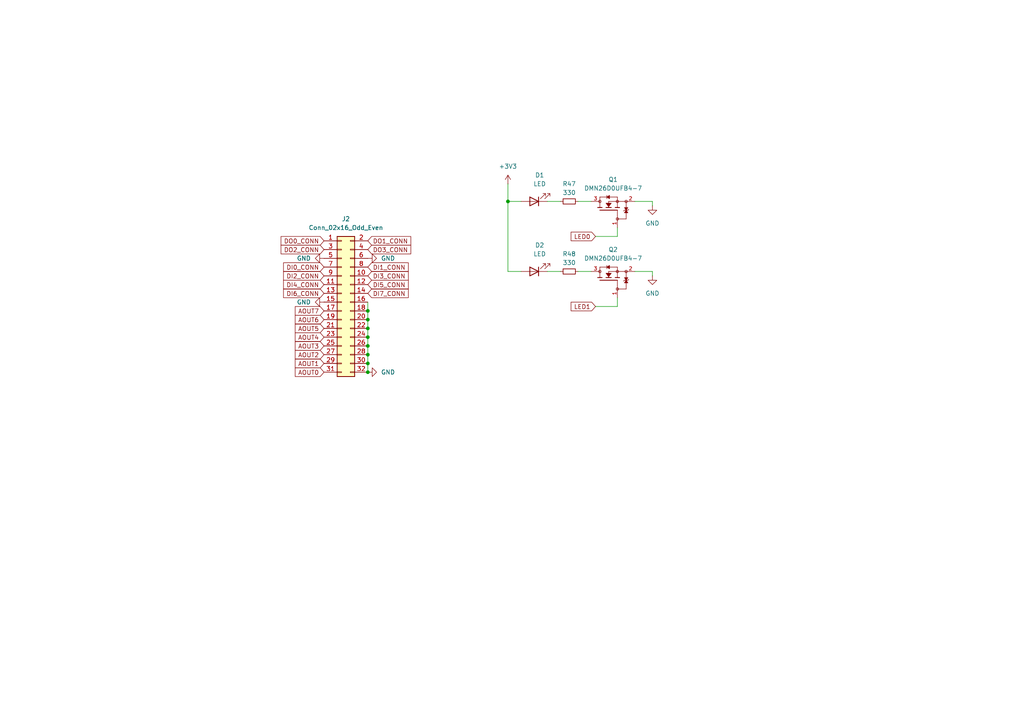
<source format=kicad_sch>
(kicad_sch (version 20231120) (generator "eeschema") (generator_version "8.0")
  (paper "A4")
  (lib_symbols
    (symbol "Connector_Generic:Conn_02x16_Odd_Even" (pin_names (offset 1.016) hide)
      (property "Reference" "J" (at 1.27 20.32 0))
      (property "Value" "Conn_02x16_Odd_Even" (at 1.27 -22.86 0))
      (symbol "Conn_02x16_Odd_Even_1_1"
        (rectangle (start -1.27 -20.193) (end 0 -20.447) (stroke (width 0.1524)))
        (rectangle (start -1.27 -17.653) (end 0 -17.907) (stroke (width 0.1524)))
        (rectangle (start -1.27 -15.113) (end 0 -15.367) (stroke (width 0.1524)))
        (rectangle (start -1.27 -12.573) (end 0 -12.827) (stroke (width 0.1524)))
        (rectangle (start -1.27 -10.033) (end 0 -10.287) (stroke (width 0.1524)))
        (rectangle (start -1.27 -7.493) (end 0 -7.747) (stroke (width 0.1524)))
        (rectangle (start -1.27 -4.953) (end 0 -5.207) (stroke (width 0.1524)))
        (rectangle (start -1.27 -2.413) (end 0 -2.667) (stroke (width 0.1524)))
        (rectangle (start -1.27 0.127) (end 0 -0.127) (stroke (width 0.1524)))
        (rectangle (start -1.27 2.667) (end 0 2.413) (stroke (width 0.1524)))
        (rectangle (start -1.27 5.207) (end 0 4.953) (stroke (width 0.1524)))
        (rectangle (start -1.27 7.747) (end 0 7.493) (stroke (width 0.1524)))
        (rectangle (start -1.27 10.287) (end 0 10.033) (stroke (width 0.1524)))
        (rectangle (start -1.27 12.827) (end 0 12.573) (stroke (width 0.1524)))
        (rectangle (start -1.27 15.367) (end 0 15.113) (stroke (width 0.1524)))
        (rectangle (start -1.27 17.907) (end 0 17.653) (stroke (width 0.1524)))
        (rectangle (start -1.27 19.05) (end 3.81 -21.59) (stroke (width 0.254)) (fill (type background)))
        (rectangle (start 3.81 -20.193) (end 2.54 -20.447) (stroke (width 0.1524)))
        (rectangle (start 3.81 -17.653) (end 2.54 -17.907) (stroke (width 0.1524)))
        (rectangle (start 3.81 -15.113) (end 2.54 -15.367) (stroke (width 0.1524)))
        (rectangle (start 3.81 -12.573) (end 2.54 -12.827) (stroke (width 0.1524)))
        (rectangle (start 3.81 -10.033) (end 2.54 -10.287) (stroke (width 0.1524)))
        (rectangle (start 3.81 -7.493) (end 2.54 -7.747) (stroke (width 0.1524)))
        (rectangle (start 3.81 -4.953) (end 2.54 -5.207) (stroke (width 0.1524)))
        (rectangle (start 3.81 -2.413) (end 2.54 -2.667) (stroke (width 0.1524)))
        (rectangle (start 3.81 0.127) (end 2.54 -0.127) (stroke (width 0.1524)))
        (rectangle (start 3.81 2.667) (end 2.54 2.413) (stroke (width 0.1524)))
        (rectangle (start 3.81 5.207) (end 2.54 4.953) (stroke (width 0.1524)))
        (rectangle (start 3.81 7.747) (end 2.54 7.493) (stroke (width 0.1524)))
        (rectangle (start 3.81 10.287) (end 2.54 10.033) (stroke (width 0.1524)))
        (rectangle (start 3.81 12.827) (end 2.54 12.573) (stroke (width 0.1524)))
        (rectangle (start 3.81 15.367) (end 2.54 15.113) (stroke (width 0.1524)))
        (rectangle (start 3.81 17.907) (end 2.54 17.653) (stroke (width 0.1524)))
        (pin passive line (at -5.08 17.78 0) (length 3.81) (name "Pin_1") (number "1"))
        (pin passive line (at 7.62 7.62 180) (length 3.81) (name "Pin_10") (number "10"))
        (pin passive line (at -5.08 5.08 0) (length 3.81) (name "Pin_11") (number "11"))
        (pin passive line (at 7.62 5.08 180) (length 3.81) (name "Pin_12") (number "12"))
        (pin passive line (at -5.08 2.54 0) (length 3.81) (name "Pin_13") (number "13"))
        (pin passive line (at 7.62 2.54 180) (length 3.81) (name "Pin_14") (number "14"))
        (pin passive line (at -5.08 0 0) (length 3.81) (name "Pin_15") (number "15"))
        (pin passive line (at 7.62 0 180) (length 3.81) (name "Pin_16") (number "16"))
        (pin passive line (at -5.08 -2.54 0) (length 3.81) (name "Pin_17") (number "17"))
        (pin passive line (at 7.62 -2.54 180) (length 3.81) (name "Pin_18") (number "18"))
        (pin passive line (at -5.08 -5.08 0) (length 3.81) (name "Pin_19") (number "19"))
        (pin passive line (at 7.62 17.78 180) (length 3.81) (name "Pin_2") (number "2"))
        (pin passive line (at 7.62 -5.08 180) (length 3.81) (name "Pin_20") (number "20"))
        (pin passive line (at -5.08 -7.62 0) (length 3.81) (name "Pin_21") (number "21"))
        (pin passive line (at 7.62 -7.62 180) (length 3.81) (name "Pin_22") (number "22"))
        (pin passive line (at -5.08 -10.16 0) (length 3.81) (name "Pin_23") (number "23"))
        (pin passive line (at 7.62 -10.16 180) (length 3.81) (name "Pin_24") (number "24"))
        (pin passive line (at -5.08 -12.7 0) (length 3.81) (name "Pin_25") (number "25"))
        (pin passive line (at 7.62 -12.7 180) (length 3.81) (name "Pin_26") (number "26"))
        (pin passive line (at -5.08 -15.24 0) (length 3.81) (name "Pin_27") (number "27"))
        (pin passive line (at 7.62 -15.24 180) (length 3.81) (name "Pin_28") (number "28"))
        (pin passive line (at -5.08 -17.78 0) (length 3.81) (name "Pin_29") (number "29"))
        (pin passive line (at -5.08 15.24 0) (length 3.81) (name "Pin_3") (number "3"))
        (pin passive line (at 7.62 -17.78 180) (length 3.81) (name "Pin_30") (number "30"))
        (pin passive line (at -5.08 -20.32 0) (length 3.81) (name "Pin_31") (number "31"))
        (pin passive line (at 7.62 -20.32 180) (length 3.81) (name "Pin_32") (number "32"))
        (pin passive line (at 7.62 15.24 180) (length 3.81) (name "Pin_4") (number "4"))
        (pin passive line (at -5.08 12.7 0) (length 3.81) (name "Pin_5") (number "5"))
        (pin passive line (at 7.62 12.7 180) (length 3.81) (name "Pin_6") (number "6"))
        (pin passive line (at -5.08 10.16 0) (length 3.81) (name "Pin_7") (number "7"))
        (pin passive line (at 7.62 10.16 180) (length 3.81) (name "Pin_8") (number "8"))
        (pin passive line (at -5.08 7.62 0) (length 3.81) (name "Pin_9") (number "9"))
      )
    )
    (symbol "DMN26D0UFB4-7:DMN26D0UFB4-7" (pin_names (offset 1.016))
      (property "Reference" "Q" (at -8.89 2.54 0))
      (property "Value" "DMN26D0UFB4-7" (at -8.89 -10.16 0))
      (symbol "DMN26D0UFB4-7_0_0"
        (circle (center -2.54 -2.54) (radius 0.3592))
        (polyline (pts (xy -2.54 -5.08) (xy 2.54 -5.08)) (stroke (width 0.1524)))
        (polyline (pts (xy -2.54 -2.54) (xy -2.54 -5.08)) (stroke (width 0.1524)))
        (polyline (pts (xy -2.54 -2.54) (xy 0 -2.54)) (stroke (width 0.1524)))
        (polyline (pts (xy 0 -4.572) (xy -0.254 -4.318)) (stroke (width 0.1524)))
        (polyline (pts (xy 0 -4.572) (xy 0 -5.588)) (stroke (width 0.1524)))
        (polyline (pts (xy 0 2.54) (xy 0 -2.54)) (stroke (width 0.254)))
        (polyline (pts (xy 0.254 -5.842) (xy 0 -5.588)) (stroke (width 0.1524)))
        (polyline (pts (xy 0.762 -2.54) (xy 0.762 -3.175)) (stroke (width 0.254)))
        (polyline (pts (xy 0.762 -1.905) (xy 0.762 -2.54)) (stroke (width 0.254)))
        (polyline (pts (xy 0.762 0) (xy 0.762 -0.762)) (stroke (width 0.254)))
        (polyline (pts (xy 0.762 0) (xy 2.54 0)) (stroke (width 0.1524)))
        (polyline (pts (xy 0.762 0.762) (xy 0.762 0)) (stroke (width 0.254)))
        (polyline (pts (xy 0.762 2.54) (xy 0.762 1.905)) (stroke (width 0.254)))
        (polyline (pts (xy 0.762 2.54) (xy 3.81 2.54)) (stroke (width 0.1524)))
        (polyline (pts (xy 0.762 3.175) (xy 0.762 2.54)) (stroke (width 0.254)))
        (polyline (pts (xy 2.54 -5.08) (xy 2.54 -2.54)) (stroke (width 0.1524)))
        (polyline (pts (xy 2.54 -2.54) (xy 0.762 -2.54)) (stroke (width 0.1524)))
        (polyline (pts (xy 2.54 -2.54) (xy 3.81 -2.54)) (stroke (width 0.1524)))
        (polyline (pts (xy 2.54 0) (xy 2.54 -2.54)) (stroke (width 0.1524)))
        (polyline (pts (xy 3.81 0.508) (xy 3.302 0.508)) (stroke (width 0.1524)))
        (polyline (pts (xy 3.81 0.508) (xy 3.81 -2.54)) (stroke (width 0.1524)))
        (polyline (pts (xy 3.81 2.54) (xy 3.81 0.508)) (stroke (width 0.1524)))
        (polyline (pts (xy 4.318 0.508) (xy 3.81 0.508)) (stroke (width 0.1524)))
        (polyline (pts (xy 0 -5.08) (xy -0.762 -4.572) (xy -0.762 -5.588) (xy 0 -5.08)) (stroke (width 0.1524)) (fill (type outline)))
        (polyline (pts (xy 0 -5.08) (xy 0.762 -5.588) (xy 0.762 -4.572) (xy 0 -5.08)) (stroke (width 0.1524)) (fill (type outline)))
        (polyline (pts (xy 1.016 0) (xy 2.032 0.762) (xy 2.032 -0.762) (xy 1.016 0)) (stroke (width 0.1524)) (fill (type outline)))
        (polyline (pts (xy 3.81 0.508) (xy 3.302 -0.254) (xy 4.318 -0.254) (xy 3.81 0.508)) (stroke (width 0.1524)) (fill (type outline)))
        (circle (center 2.54 -5.08) (radius 0.3592))
        (circle (center 2.54 -2.54) (radius 0.3592))
        (circle (center 2.54 2.54) (radius 0.3592))
        (pin passive line (at -5.08 -2.54 0) (length 2.54) (name "~") (number "1"))
        (pin passive line (at 2.54 -7.62 90) (length 2.54) (name "~") (number "2"))
        (pin passive line (at 2.54 5.08 270) (length 2.54) (name "~") (number "3"))
      )
    )
    (symbol "Device:LED" (pin_numbers hide) (pin_names (offset 1.016) hide)
      (property "Reference" "D" (at 0 2.54 0))
      (property "Value" "LED" (at 0 -2.54 0))
      (symbol "LED_0_1"
        (polyline (pts (xy -1.27 -1.27) (xy -1.27 1.27)) (stroke (width 0.254)))
        (polyline (pts (xy -1.27 0) (xy 1.27 0)))
        (polyline (pts (xy 1.27 -1.27) (xy 1.27 1.27) (xy -1.27 0) (xy 1.27 -1.27)) (stroke (width 0.254)))
        (polyline (pts (xy -3.048 -0.762) (xy -4.572 -2.286) (xy -3.81 -2.286) (xy -4.572 -2.286) (xy -4.572 -1.524)))
        (polyline (pts (xy -1.778 -0.762) (xy -3.302 -2.286) (xy -2.54 -2.286) (xy -3.302 -2.286) (xy -3.302 -1.524)))
      )
      (symbol "LED_1_1"
        (pin passive line (at -3.81 0 0) (length 2.54) (name "K") (number "1"))
        (pin passive line (at 3.81 0 180) (length 2.54) (name "A") (number "2"))
      )
    )
    (symbol "Device:R_Small" (pin_numbers hide) (pin_names (offset 0.254) hide)
      (property "Reference" "R" (at 0.762 0.508 0))
      (property "Value" "R_Small" (at 0.762 -1.016 0))
      (symbol "R_Small_0_1"
        (rectangle (start -0.762 1.778) (end 0.762 -1.778) (stroke (width 0.2032)))
      )
      (symbol "R_Small_1_1"
        (pin passive line (at 0 2.54 270) (length 0.762) (name "~") (number "1"))
        (pin passive line (at 0 -2.54 90) (length 0.762) (name "~") (number "2"))
      )
    )
    (symbol "power:+3V3" (power) (pin_numbers hide) (pin_names (offset 0) hide)
      (property "Value" "+3V3" (at 0 3.556 0))
      (symbol "+3V3_0_1"
        (polyline (pts (xy -0.762 1.27) (xy 0 2.54)))
        (polyline (pts (xy 0 0) (xy 0 2.54)))
        (polyline (pts (xy 0 2.54) (xy 0.762 1.27)))
      )
      (symbol "+3V3_1_1"
        (pin power_in line (at 0 0 90) (length 0) (name "~") (number "1"))
      )
    )
    (symbol "power:GND" (power) (pin_numbers hide) (pin_names (offset 0) hide)
      (property "Value" "GND" (at 0 -3.81 0))
      (symbol "GND_0_1"
        (polyline (pts (xy 0 0) (xy 0 -1.27) (xy 1.27 -1.27) (xy 0 -2.54) (xy -1.27 -1.27) (xy 0 -1.27)))
      )
      (symbol "GND_1_1"
        (pin power_in line (at 0 0 270) (length 0) (name "~") (number "1"))
      )
    )
  )
  (junction (at 106.68 105.41))
  (junction (at 106.68 97.79))
  (junction (at 106.68 102.87))
  (junction (at 106.68 95.25))
  (junction (at 106.68 100.33))
  (junction (at 106.68 107.95))
  (junction (at 106.68 92.71))
  (junction (at 147.32 58.42))
  (junction (at 106.68 90.17))
  (wire (pts (xy 106.68 87.63) (xy 106.68 90.17)))
  (wire (pts (xy 189.23 78.74) (xy 184.15 78.74)))
  (wire (pts (xy 189.23 80.01) (xy 189.23 78.74)))
  (wire (pts (xy 167.64 58.42) (xy 171.45 58.42)))
  (wire (pts (xy 147.32 78.74) (xy 151.13 78.74)))
  (wire (pts (xy 179.07 68.58) (xy 179.07 66.04)))
  (wire (pts (xy 147.32 53.34) (xy 147.32 58.42)))
  (wire (pts (xy 106.68 92.71) (xy 106.68 95.25)))
  (wire (pts (xy 147.32 78.74) (xy 147.32 58.42)))
  (wire (pts (xy 158.75 78.74) (xy 162.56 78.74)))
  (wire (pts (xy 106.68 102.87) (xy 106.68 105.41)))
  (wire (pts (xy 167.64 78.74) (xy 171.45 78.74)))
  (wire (pts (xy 172.72 88.9) (xy 179.07 88.9)))
  (wire (pts (xy 147.32 58.42) (xy 151.13 58.42)))
  (wire (pts (xy 106.68 105.41) (xy 106.68 107.95)))
  (wire (pts (xy 106.68 97.79) (xy 106.68 100.33)))
  (wire (pts (xy 106.68 95.25) (xy 106.68 97.79)))
  (wire (pts (xy 189.23 58.42) (xy 184.15 58.42)))
  (wire (pts (xy 179.07 88.9) (xy 179.07 86.36)))
  (wire (pts (xy 106.68 90.17) (xy 106.68 92.71)))
  (wire (pts (xy 172.72 68.58) (xy 179.07 68.58)))
  (wire (pts (xy 189.23 59.69) (xy 189.23 58.42)))
  (wire (pts (xy 106.68 100.33) (xy 106.68 102.87)))
  (wire (pts (xy 158.75 58.42) (xy 162.56 58.42)))
  (global_label "DI2_CONN" (shape input) (at 93.98 80.01 180) (property "Intersheetrefs" "${INTERSHEET_REFS}" (effects (hide yes))))
  (global_label "DI3_CONN" (shape input) (at 106.68 80.01 0) (property "Intersheetrefs" "${INTERSHEET_REFS}" (effects (hide yes))))
  (global_label "DO3_CONN" (shape input) (at 106.68 72.39 0) (property "Intersheetrefs" "${INTERSHEET_REFS}" (effects (hide yes))))
  (global_label "AOUT7" (shape input) (at 93.98 90.17 180) (property "Intersheetrefs" "${INTERSHEET_REFS}" (effects (hide yes))))
  (global_label "DI1_CONN" (shape input) (at 106.68 77.47 0) (property "Intersheetrefs" "${INTERSHEET_REFS}" (effects (hide yes))))
  (global_label "LED1" (shape input) (at 172.72 88.9 180) (property "Intersheetrefs" "${INTERSHEET_REFS}" (effects (hide yes))))
  (global_label "DI4_CONN" (shape input) (at 93.98 82.55 180) (property "Intersheetrefs" "${INTERSHEET_REFS}" (effects (hide yes))))
  (global_label "DI0_CONN" (shape input) (at 93.98 77.47 180) (property "Intersheetrefs" "${INTERSHEET_REFS}" (effects (hide yes))))
  (global_label "LED0" (shape input) (at 172.72 68.58 180) (property "Intersheetrefs" "${INTERSHEET_REFS}" (effects (hide yes))))
  (global_label "DO2_CONN" (shape input) (at 93.98 72.39 180) (property "Intersheetrefs" "${INTERSHEET_REFS}" (effects (hide yes))))
  (global_label "AOUT6" (shape input) (at 93.98 92.71 180) (property "Intersheetrefs" "${INTERSHEET_REFS}" (effects (hide yes))))
  (global_label "AOUT1" (shape input) (at 93.98 105.41 180) (property "Intersheetrefs" "${INTERSHEET_REFS}" (effects (hide yes))))
  (global_label "AOUT4" (shape input) (at 93.98 97.79 180) (property "Intersheetrefs" "${INTERSHEET_REFS}" (effects (hide yes))))
  (global_label "DO0_CONN" (shape input) (at 93.98 69.85 180) (property "Intersheetrefs" "${INTERSHEET_REFS}" (effects (hide yes))))
  (global_label "DI7_CONN" (shape input) (at 106.68 85.09 0) (property "Intersheetrefs" "${INTERSHEET_REFS}" (effects (hide yes))))
  (global_label "DI6_CONN" (shape input) (at 93.98 85.09 180) (property "Intersheetrefs" "${INTERSHEET_REFS}" (effects (hide yes))))
  (global_label "DI5_CONN" (shape input) (at 106.68 82.55 0) (property "Intersheetrefs" "${INTERSHEET_REFS}" (effects (hide yes))))
  (global_label "AOUT0" (shape input) (at 93.98 107.95 180) (property "Intersheetrefs" "${INTERSHEET_REFS}" (effects (hide yes))))
  (global_label "AOUT2" (shape input) (at 93.98 102.87 180) (property "Intersheetrefs" "${INTERSHEET_REFS}" (effects (hide yes))))
  (global_label "AOUT5" (shape input) (at 93.98 95.25 180) (property "Intersheetrefs" "${INTERSHEET_REFS}" (effects (hide yes))))
  (global_label "AOUT3" (shape input) (at 93.98 100.33 180) (property "Intersheetrefs" "${INTERSHEET_REFS}" (effects (hide yes))))
  (global_label "DO1_CONN" (shape input) (at 106.68 69.85 0) (property "Intersheetrefs" "${INTERSHEET_REFS}" (effects (hide yes))))
  (symbol (lib_id "power:GND") (at 93.98 87.63 270) (unit 1)
    (property "Reference" "#PWR052" (effects (hide yes)))
    (property "Value" "GND" (at 90.17 87.6299 90) (effects (justify right)))
    (property "Description" "Power symbol creates a global label with name \"GND\" , ground" (effects (hide yes)))
  )
  (symbol (lib_id "power:GND") (at 106.68 107.95 90) (unit 1)
    (property "Reference" "#PWR045" (effects (hide yes)))
    (property "Value" "GND" (at 110.49 107.9499 90) (effects (justify right)))
    (property "Description" "Power symbol creates a global label with name \"GND\" , ground" (effects (hide yes)))
  )
  (symbol (lib_id "DMN26D0UFB4-7:DMN26D0UFB4-7") (at 176.53 60.96 90) (unit 1)
    (property "Reference" "Q1" (at 177.8381 52.07 90))
    (property "Value" "DMN26D0UFB4-7" (at 177.8381 54.61 90))
    (property "Footprint" "Package_DFN_QFN:Diodes_DFN1006-3" (effects (hide yes)))
    (property "MF" "Diodes Inc." (effects (hide yes)))
    (property "MAXIMUM_PACKAGE_HEIGHT" "0.4mm" (effects (hide yes)))
    (property "Package" "DFN-2 Diodes Inc." (effects (hide yes)))
    (property "Price" "None" (effects (hide yes)))
    (property "Check_prices" "https://www.snapeda.com/parts/DMN26D0UFB4-7/Diodes+Inc./view-part/?ref=eda" (effects (hide yes)))
    (property "STANDARD" "IPC-7351B" (effects (hide yes)))
    (property "PARTREV" "12-2" (effects (hide yes)))
    (property "SnapEDA_Link" "https://www.snapeda.com/parts/DMN26D0UFB4-7/Diodes+Inc./view-part/?ref=snap" (effects (hide yes)))
    (property "MP" "DMN26D0UFB4-7" (effects (hide yes)))
    (property "Description_1" "\n                        \n                            N-Channel 20 V 230mA (Ta) 350mW (Ta) Surface Mount X2-DFN1006-3\n                        \n" (effects (hide yes)))
    (property "Availability" "In Stock" (effects (hide yes)))
    (property "MANUFACTURER" "Diodes Inc." (effects (hide yes)))
  )
  (symbol (lib_id "power:GND") (at 189.23 80.01 0) (unit 1)
    (property "Reference" "#PWR048" (effects (hide yes)))
    (property "Value" "GND" (at 189.23 85.09 0))
    (property "Description" "Power symbol creates a global label with name \"GND\" , ground" (effects (hide yes)))
  )
  (symbol (lib_id "Connector_Generic:Conn_02x16_Odd_Even") (at 99.06 87.63 0) (unit 1)
    (property "Reference" "J2" (at 100.33 63.5 0))
    (property "Value" "Conn_02x16_Odd_Even" (at 100.33 66.04 0))
    (property "Footprint" "Connector_PinHeader_2.54mm:PinHeader_2x16_P2.54mm_Horizontal" (effects (hide yes)))
    (property "Description" "Generic connector, double row, 02x16, odd/even pin numbering scheme (row 1 odd numbers, row 2 even numbers), script generated (kicad-library-utils/schlib/autogen/connector/)" (effects (hide yes)))
    (property "JLCPCB Part #" "C97095" (effects (hide yes)))
  )
  (symbol (lib_id "power:GND") (at 106.68 74.93 90) (unit 1)
    (property "Reference" "#PWR059" (effects (hide yes)))
    (property "Value" "GND" (at 110.49 74.9299 90) (effects (justify right)))
    (property "Description" "Power symbol creates a global label with name \"GND\" , ground" (effects (hide yes)))
  )
  (symbol (lib_id "power:GND") (at 93.98 74.93 270) (unit 1)
    (property "Reference" "#PWR058" (effects (hide yes)))
    (property "Value" "GND" (at 90.17 74.9299 90) (effects (justify right)))
    (property "Description" "Power symbol creates a global label with name \"GND\" , ground" (effects (hide yes)))
  )
  (symbol (lib_id "Device:R_Small") (at 165.1 58.42 90) (unit 1)
    (property "Reference" "R47" (at 165.1 53.34 90))
    (property "Value" "330" (at 165.1 55.88 90))
    (property "Footprint" "Resistor_SMD:R_0603_1608Metric" (effects (hide yes)))
    (property "Description" "Resistor, small symbol" (effects (hide yes)))
  )
  (symbol (lib_id "DMN26D0UFB4-7:DMN26D0UFB4-7") (at 176.53 81.28 90) (unit 1)
    (property "Reference" "Q2" (at 177.8381 72.39 90))
    (property "Value" "DMN26D0UFB4-7" (at 177.8381 74.93 90))
    (property "Footprint" "Package_DFN_QFN:Diodes_DFN1006-3" (effects (hide yes)))
    (property "MF" "Diodes Inc." (effects (hide yes)))
    (property "MAXIMUM_PACKAGE_HEIGHT" "0.4mm" (effects (hide yes)))
    (property "Package" "DFN-2 Diodes Inc." (effects (hide yes)))
    (property "Price" "None" (effects (hide yes)))
    (property "Check_prices" "https://www.snapeda.com/parts/DMN26D0UFB4-7/Diodes+Inc./view-part/?ref=eda" (effects (hide yes)))
    (property "STANDARD" "IPC-7351B" (effects (hide yes)))
    (property "PARTREV" "12-2" (effects (hide yes)))
    (property "SnapEDA_Link" "https://www.snapeda.com/parts/DMN26D0UFB4-7/Diodes+Inc./view-part/?ref=snap" (effects (hide yes)))
    (property "MP" "DMN26D0UFB4-7" (effects (hide yes)))
    (property "Description_1" "\n                        \n                            N-Channel 20 V 230mA (Ta) 350mW (Ta) Surface Mount X2-DFN1006-3\n                        \n" (effects (hide yes)))
    (property "Availability" "In Stock" (effects (hide yes)))
    (property "MANUFACTURER" "Diodes Inc." (effects (hide yes)))
  )
  (symbol (lib_id "power:+3V3") (at 147.32 53.34 0) (unit 1)
    (property "Reference" "#PWR046" (effects (hide yes)))
    (property "Value" "+3V3" (at 147.32 48.26 0))
    (property "Description" "Power symbol creates a global label with name \"+3V3\"" (effects (hide yes)))
  )
  (symbol (lib_id "Device:R_Small") (at 165.1 78.74 90) (unit 1)
    (property "Reference" "R48" (at 165.1 73.66 90))
    (property "Value" "330" (at 165.1 76.2 90))
    (property "Footprint" "Resistor_SMD:R_0603_1608Metric" (effects (hide yes)))
    (property "Description" "Resistor, small symbol" (effects (hide yes)))
  )
  (symbol (lib_id "Device:LED") (at 154.94 78.74 180) (unit 1)
    (property "Reference" "D2" (at 156.5275 71.12 0))
    (property "Value" "LED" (at 156.5275 73.66 0))
    (property "Footprint" "LED_SMD:LED_0603_1608Metric" (effects (hide yes)))
    (property "Description" "Light emitting diode" (effects (hide yes)))
  )
  (symbol (lib_id "power:GND") (at 189.23 59.69 0) (unit 1)
    (property "Reference" "#PWR047" (effects (hide yes)))
    (property "Value" "GND" (at 189.23 64.77 0))
    (property "Description" "Power symbol creates a global label with name \"GND\" , ground" (effects (hide yes)))
  )
  (symbol (lib_id "Device:LED") (at 154.94 58.42 180) (unit 1)
    (property "Reference" "D1" (at 156.5275 50.8 0))
    (property "Value" "LED" (at 156.5275 53.34 0))
    (property "Footprint" "LED_SMD:LED_0603_1608Metric" (effects (hide yes)))
    (property "Description" "Light emitting diode" (effects (hide yes)))
  )
)
</source>
